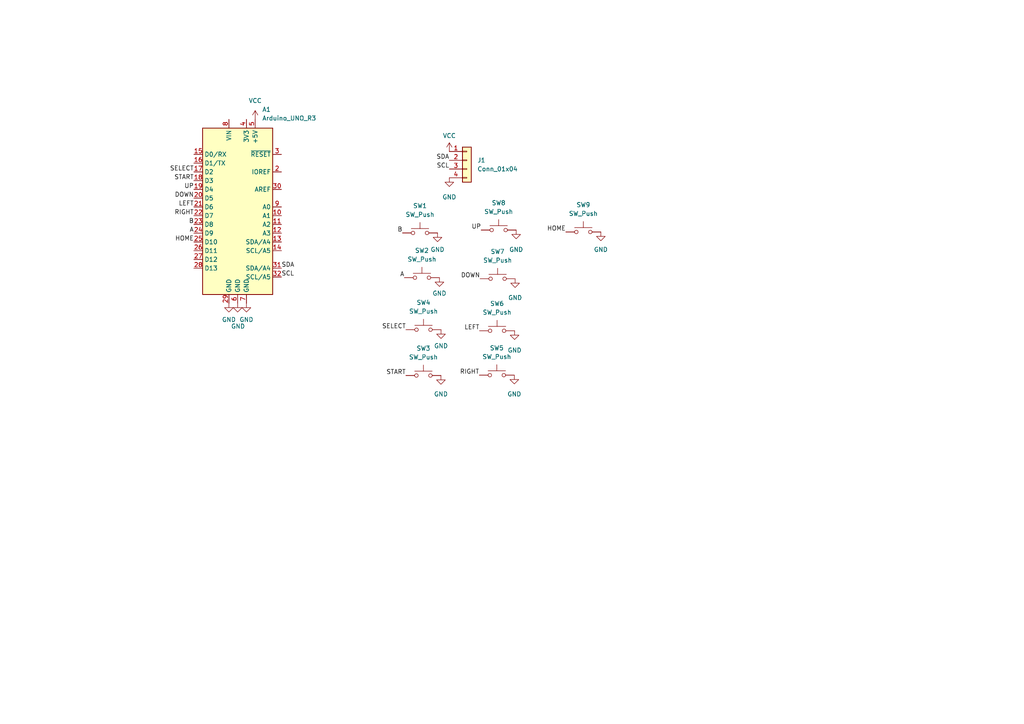
<source format=kicad_sch>
(kicad_sch (version 20211123) (generator eeschema)
  (paper "A4")
  (title_block (title "AS-OPEN9BTN-UNOSHLD-01") (date "2022-11-27") (rev "V1.0") (company "Akerasoft") (comment 1 "©Akerasoft 2022") (comment 2 "Engineer: Robert Kolski") (comment 3 "Open Soure") (comment 4 "License: Creative Commons Attribution 4.0 International") (comment 5 "https://creativecommons.org/licenses/by/4.0/legalcode"))
  (lib_symbols
    (symbol "Connector_Generic:Conn_01x04" (pin_names (offset 1.016) hide)
      (property "Reference" "J" (at 0 5.08 0))
      (property "Value" "Conn_01x04" (at 0 -7.62 0))
      (symbol "Conn_01x04_1_1"
        (rectangle (start -1.27 -4.953) (end 0 -5.207) (stroke (width 0.1524)))
        (rectangle (start -1.27 -2.413) (end 0 -2.667) (stroke (width 0.1524)))
        (rectangle (start -1.27 0.127) (end 0 -0.127) (stroke (width 0.1524)))
        (rectangle (start -1.27 2.667) (end 0 2.413) (stroke (width 0.1524)))
        (rectangle (start -1.27 3.81) (end 1.27 -6.35) (stroke (width 0.254)) (fill (type background)))
        (pin passive line (at -5.08 2.54 0) (length 3.81) (name "Pin_1") (number "1"))
        (pin passive line (at -5.08 0 0) (length 3.81) (name "Pin_2") (number "2"))
        (pin passive line (at -5.08 -2.54 0) (length 3.81) (name "Pin_3") (number "3"))
        (pin passive line (at -5.08 -5.08 0) (length 3.81) (name "Pin_4") (number "4"))
      )
    )
    (symbol "MCU_Module:Arduino_UNO_R3"
      (property "Reference" "A" (at -10.16 23.495 0))
      (property "Value" "Arduino_UNO_R3" (at 5.08 -26.67 0))
      (symbol "Arduino_UNO_R3_0_1"
        (rectangle (start -10.16 22.86) (end 10.16 -25.4) (stroke (width 0.254)) (fill (type background)))
      )
      (symbol "Arduino_UNO_R3_1_1"
        (pin no_connect line (at -10.16 -20.32 0) (length 2.54) hide (name "NC") (number "1"))
        (pin bidirectional line (at 12.7 -2.54 180) (length 2.54) (name "A1") (number "10"))
        (pin bidirectional line (at 12.7 -5.08 180) (length 2.54) (name "A2") (number "11"))
        (pin bidirectional line (at 12.7 -7.62 180) (length 2.54) (name "A3") (number "12"))
        (pin bidirectional line (at 12.7 -10.16 180) (length 2.54) (name "SDA/A4") (number "13"))
        (pin bidirectional line (at 12.7 -12.7 180) (length 2.54) (name "SCL/A5") (number "14"))
        (pin bidirectional line (at -12.7 15.24 0) (length 2.54) (name "D0/RX") (number "15"))
        (pin bidirectional line (at -12.7 12.7 0) (length 2.54) (name "D1/TX") (number "16"))
        (pin bidirectional line (at -12.7 10.16 0) (length 2.54) (name "D2") (number "17"))
        (pin bidirectional line (at -12.7 7.62 0) (length 2.54) (name "D3") (number "18"))
        (pin bidirectional line (at -12.7 5.08 0) (length 2.54) (name "D4") (number "19"))
        (pin output line (at 12.7 10.16 180) (length 2.54) (name "IOREF") (number "2"))
        (pin bidirectional line (at -12.7 2.54 0) (length 2.54) (name "D5") (number "20"))
        (pin bidirectional line (at -12.7 0 0) (length 2.54) (name "D6") (number "21"))
        (pin bidirectional line (at -12.7 -2.54 0) (length 2.54) (name "D7") (number "22"))
        (pin bidirectional line (at -12.7 -5.08 0) (length 2.54) (name "D8") (number "23"))
        (pin bidirectional line (at -12.7 -7.62 0) (length 2.54) (name "D9") (number "24"))
        (pin bidirectional line (at -12.7 -10.16 0) (length 2.54) (name "D10") (number "25"))
        (pin bidirectional line (at -12.7 -12.7 0) (length 2.54) (name "D11") (number "26"))
        (pin bidirectional line (at -12.7 -15.24 0) (length 2.54) (name "D12") (number "27"))
        (pin bidirectional line (at -12.7 -17.78 0) (length 2.54) (name "D13") (number "28"))
        (pin power_in line (at -2.54 -27.94 90) (length 2.54) (name "GND") (number "29"))
        (pin input line (at 12.7 15.24 180) (length 2.54) (name "~{RESET}") (number "3"))
        (pin input line (at 12.7 5.08 180) (length 2.54) (name "AREF") (number "30"))
        (pin bidirectional line (at 12.7 -17.78 180) (length 2.54) (name "SDA/A4") (number "31"))
        (pin bidirectional line (at 12.7 -20.32 180) (length 2.54) (name "SCL/A5") (number "32"))
        (pin power_out line (at 2.54 25.4 270) (length 2.54) (name "3V3") (number "4"))
        (pin power_out line (at 5.08 25.4 270) (length 2.54) (name "+5V") (number "5"))
        (pin power_in line (at 0 -27.94 90) (length 2.54) (name "GND") (number "6"))
        (pin power_in line (at 2.54 -27.94 90) (length 2.54) (name "GND") (number "7"))
        (pin power_in line (at -2.54 25.4 270) (length 2.54) (name "VIN") (number "8"))
        (pin bidirectional line (at 12.7 0 180) (length 2.54) (name "A0") (number "9"))
      )
    )
    (symbol "Switch:SW_Push" (pin_numbers hide) (pin_names (offset 1.016) hide)
      (property "Reference" "SW" (at 1.27 2.54 0))
      (property "Value" "SW_Push" (at 0 -1.524 0))
      (symbol "SW_Push_0_1"
        (circle (center -2.032 0) (radius 0.508))
        (polyline (pts (xy 0 1.27) (xy 0 3.048)))
        (polyline (pts (xy 2.54 1.27) (xy -2.54 1.27)))
        (circle (center 2.032 0) (radius 0.508))
        (pin passive line (at -5.08 0 0) (length 2.54) (name "1") (number "1"))
        (pin passive line (at 5.08 0 180) (length 2.54) (name "2") (number "2"))
      )
    )
    (symbol "power:GND" (power) (pin_names (offset 0))
      (property "Value" "GND" (at 0 -3.81 0))
      (symbol "GND_0_1"
        (polyline (pts (xy 0 0) (xy 0 -1.27) (xy 1.27 -1.27) (xy 0 -2.54) (xy -1.27 -1.27) (xy 0 -1.27)))
      )
      (symbol "GND_1_1"
        (pin power_in line (at 0 0 270) (length 0) hide (name "GND") (number "1"))
      )
    )
    (symbol "power:VCC" (power) (pin_names (offset 0))
      (property "Value" "VCC" (at 0 3.81 0))
      (symbol "VCC_0_1"
        (polyline (pts (xy -0.762 1.27) (xy 0 2.54)))
        (polyline (pts (xy 0 0) (xy 0 2.54)))
        (polyline (pts (xy 0 2.54) (xy 0.762 1.27)))
      )
      (symbol "VCC_1_1"
        (pin power_in line (at 0 0 90) (length 0) hide (name "VCC") (number "1"))
      )
    )
  )
  (label "SELECT" (at 56.2356 49.8602 180))
  (label "SELECT" (at 117.7544 95.631 180))
  (label "UP" (at 139.5476 66.7258 180))
  (label "B" (at 56.2356 65.1002 180))
  (label "LEFT" (at 139.0904 95.9358 180))
  (label "HOME" (at 164.1094 67.2846 180))
  (label "RIGHT" (at 139.0142 108.8136 180))
  (label "LEFT" (at 56.2356 60.0202 180))
  (label "START" (at 56.2356 52.4002 180))
  (label "SDA" (at 130.3274 46.482 180))
  (label "DOWN" (at 139.2428 80.8482 180))
  (label "A" (at 56.2356 67.6402 180))
  (label "SCL" (at 130.3274 49.022 180))
  (label "UP" (at 56.2356 54.9402 180))
  (label "START" (at 117.729 108.9152 180))
  (label "RIGHT" (at 56.2356 62.5602 180))
  (label "A" (at 117.2972 80.5434 180))
  (label "HOME" (at 56.2356 70.1802 180))
  (label "B" (at 116.7384 67.564 180))
  (label "SDA" (at 81.6356 77.8002 0))
  (label "DOWN" (at 56.2356 57.4802 180))
  (label "SCL" (at 81.6356 80.3402 0))
  (symbol (lib_id "power:VCC") (at 74.0156 34.6202 0) (unit 1)
    (property "Reference" "#PWR04" (effects hide))
    (property "Value" "VCC" (at 74.0156 29.21 0))
  )
  (symbol (lib_id "Switch:SW_Push") (at 122.809 108.9152 0) (unit 1)
    (property "Reference" "SW3" (at 122.809 101.0412 0))
    (property "Value" "SW_Push" (at 122.809 103.5812 0))
    (property "Footprint" "Button_Switch_THT:SW_PUSH_6mm_H4.3mm" (effects hide))
  )
  (symbol (lib_id "MCU_Module:Arduino_UNO_R3") (at 68.9356 60.0202 0) (unit 1)
    (property "Reference" "A1" (at 76.035 31.75 0) (effects (justify left)))
    (property "Value" "Arduino_UNO_R3" (at 76.035 34.29 0) (effects (justify left)))
    (property "Footprint" "Module:Arduino_UNO_R3" (effects hide))
    (property "Datasheet" "https://www.arduino.cc/en/Main/arduinoBoardUno" (effects hide))
  )
  (symbol (lib_id "power:GND") (at 174.2694 67.2846 0) (unit 1)
    (property "Reference" "#PWR015" (effects hide))
    (property "Value" "GND" (at 174.2694 72.39 0))
  )
  (symbol (lib_id "Switch:SW_Push") (at 121.8184 67.564 0) (unit 1)
    (property "Reference" "SW1" (at 121.8184 59.69 0))
    (property "Value" "SW_Push" (at 121.8184 62.23 0))
    (property "Footprint" "Button_Switch_THT:SW_PUSH_6mm_H4.3mm" (effects hide))
  )
  (symbol (lib_id "power:GND") (at 149.4028 80.8482 0) (unit 1)
    (property "Reference" "#PWR013" (effects hide))
    (property "Value" "GND" (at 149.4028 86.36 0))
  )
  (symbol (lib_id "Switch:SW_Push") (at 144.1704 95.9358 0) (unit 1)
    (property "Reference" "SW6" (at 144.1704 88.0618 0))
    (property "Value" "SW_Push" (at 144.1704 90.6018 0))
    (property "Footprint" "Button_Switch_THT:SW_PUSH_6mm_H4.3mm" (effects hide))
  )
  (symbol (lib_id "Switch:SW_Push") (at 144.0942 108.8136 0) (unit 1)
    (property "Reference" "SW5" (at 144.0942 100.9396 0))
    (property "Value" "SW_Push" (at 144.0942 103.4796 0))
    (property "Footprint" "Button_Switch_THT:SW_PUSH_6mm_H4.3mm" (effects hide))
  )
  (symbol (lib_id "Switch:SW_Push") (at 169.1894 67.2846 0) (unit 1)
    (property "Reference" "SW9" (at 169.1894 59.4106 0))
    (property "Value" "SW_Push" (at 169.1894 61.9506 0))
    (property "Footprint" "Button_Switch_THT:SW_PUSH_6mm_H4.3mm" (effects hide))
  )
  (symbol (lib_id "power:GND") (at 126.8984 67.564 0) (unit 1)
    (property "Reference" "#PWR05" (effects hide))
    (property "Value" "GND" (at 126.8984 72.39 0))
  )
  (symbol (lib_id "Switch:SW_Push") (at 144.6276 66.7258 0) (unit 1)
    (property "Reference" "SW8" (at 144.6276 58.8518 0))
    (property "Value" "SW_Push" (at 144.6276 61.3918 0))
    (property "Footprint" "Button_Switch_THT:SW_PUSH_6mm_H4.3mm" (effects hide))
  )
  (symbol (lib_id "power:GND") (at 149.1742 108.8136 0) (unit 1)
    (property "Reference" "#PWR011" (effects hide))
    (property "Value" "GND" (at 149.1742 114.3 0))
  )
  (symbol (lib_id "power:GND") (at 68.9356 87.9602 0) (unit 1)
    (property "Reference" "#PWR02" (effects hide))
    (property "Value" "GND" (at 69.0372 94.6404 0))
  )
  (symbol (lib_id "power:GND") (at 127.9144 95.631 0) (unit 1)
    (property "Reference" "#PWR08" (effects hide))
    (property "Value" "GND" (at 127.9144 100.33 0))
  )
  (symbol (lib_id "Switch:SW_Push") (at 122.8344 95.631 0) (unit 1)
    (property "Reference" "SW4" (at 122.8344 87.757 0))
    (property "Value" "SW_Push" (at 122.8344 90.297 0))
    (property "Footprint" "Button_Switch_THT:SW_PUSH_6mm_H4.3mm" (effects hide))
  )
  (symbol (lib_id "power:GND") (at 71.4756 87.9602 0) (unit 1)
    (property "Reference" "#PWR03" (effects hide))
    (property "Value" "GND" (at 71.4756 92.71 0))
  )
  (symbol (lib_id "Switch:SW_Push") (at 144.3228 80.8482 0) (unit 1)
    (property "Reference" "SW7" (at 144.3228 72.9742 0))
    (property "Value" "SW_Push" (at 144.3228 75.5142 0))
    (property "Footprint" "Button_Switch_THT:SW_PUSH_6mm_H4.3mm" (effects hide))
  )
  (symbol (lib_id "power:VCC") (at 130.3274 43.942 0) (unit 1)
    (property "Reference" "#PWR09" (effects hide))
    (property "Value" "VCC" (at 130.3274 39.37 0))
  )
  (symbol (lib_id "power:GND") (at 127.889 108.9152 0) (unit 1)
    (property "Reference" "#PWR07" (effects hide))
    (property "Value" "GND" (at 127.889 114.3 0))
  )
  (symbol (lib_id "power:GND") (at 149.2504 95.9358 0) (unit 1)
    (property "Reference" "#PWR012" (effects hide))
    (property "Value" "GND" (at 149.2504 101.6 0))
  )
  (symbol (lib_id "Switch:SW_Push") (at 122.3772 80.5434 0) (unit 1)
    (property "Reference" "SW2" (at 122.3772 72.6694 0))
    (property "Value" "SW_Push" (at 122.3772 75.2094 0))
    (property "Footprint" "Button_Switch_THT:SW_PUSH_6mm_H4.3mm" (effects hide))
  )
  (symbol (lib_id "power:GND") (at 127.4572 80.5434 0) (unit 1)
    (property "Reference" "#PWR06" (effects hide))
    (property "Value" "GND" (at 127.4572 85.09 0))
  )
  (symbol (lib_id "power:GND") (at 130.3274 51.562 0) (unit 1)
    (property "Reference" "#PWR010" (effects hide))
    (property "Value" "GND" (at 130.3274 57.15 0))
  )
  (symbol (lib_id "power:GND") (at 66.3956 87.9602 0) (unit 1)
    (property "Reference" "#PWR01" (effects hide))
    (property "Value" "GND" (at 66.3956 92.71 0))
  )
  (symbol (lib_id "Connector_Generic:Conn_01x04") (at 135.4074 46.482 0) (unit 1)
    (property "Reference" "J1" (at 138.43 46.4819 0) (effects (justify left)))
    (property "Value" "Conn_01x04" (at 138.43 49.0219 0) (effects (justify left)))
    (property "Footprint" "Connector_JST:JST_XH_B4B-XH-A_1x04_P2.50mm_Vertical" (effects hide))
  )
  (symbol (lib_id "power:GND") (at 149.7076 66.7258 0) (unit 1)
    (property "Reference" "#PWR014" (effects hide))
    (property "Value" "GND" (at 149.7076 72.39 0))
  )
)
</source>
